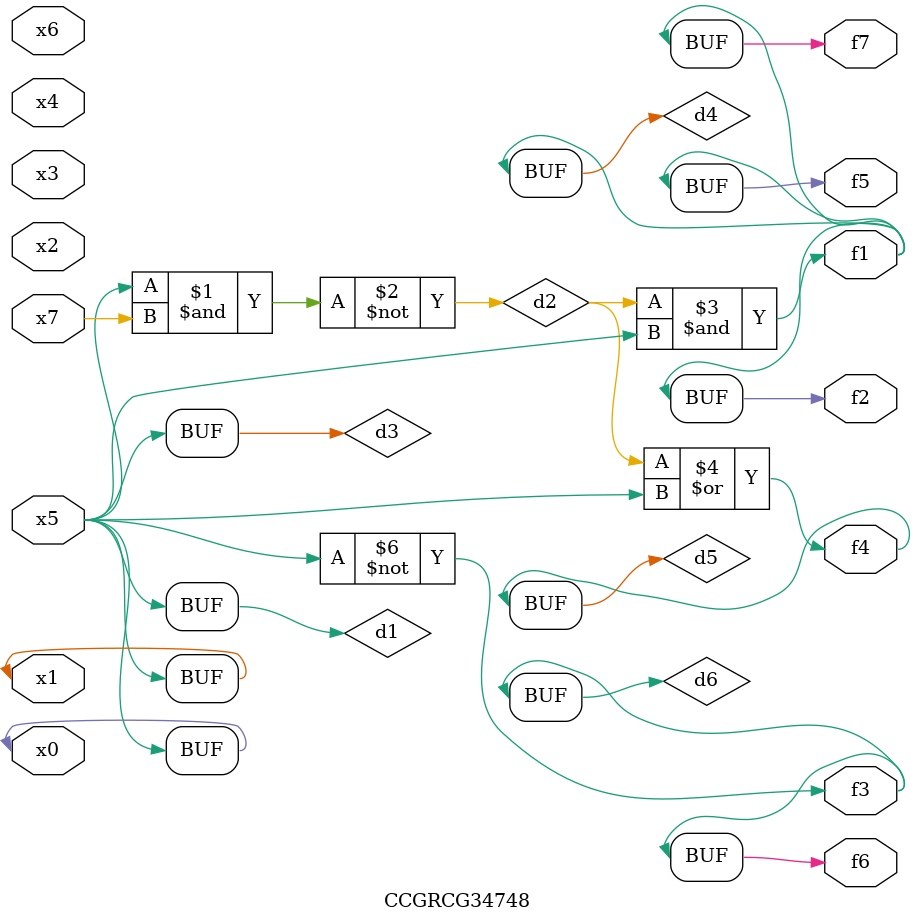
<source format=v>
module CCGRCG34748(
	input x0, x1, x2, x3, x4, x5, x6, x7,
	output f1, f2, f3, f4, f5, f6, f7
);

	wire d1, d2, d3, d4, d5, d6;

	buf (d1, x0, x5);
	nand (d2, x5, x7);
	buf (d3, x0, x1);
	and (d4, d2, d3);
	or (d5, d2, d3);
	nor (d6, d1, d3);
	assign f1 = d4;
	assign f2 = d4;
	assign f3 = d6;
	assign f4 = d5;
	assign f5 = d4;
	assign f6 = d6;
	assign f7 = d4;
endmodule

</source>
